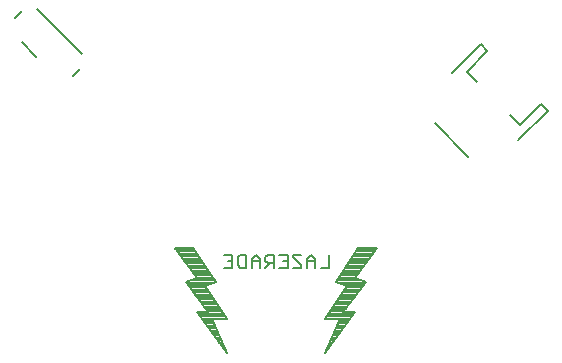
<source format=gbo>
G75*
%MOIN*%
%OFA0B0*%
%FSLAX25Y25*%
%IPPOS*%
%LPD*%
%AMOC8*
5,1,8,0,0,1.08239X$1,22.5*
%
%ADD10C,0.00800*%
D10*
X0184509Y0102914D02*
X0185510Y0102914D01*
X0185865Y0102116D02*
X0185090Y0102116D01*
X0185671Y0101317D02*
X0186220Y0101317D01*
X0186252Y0100519D02*
X0186575Y0100519D01*
X0186832Y0099720D02*
X0186930Y0099720D01*
X0187083Y0099375D02*
X0182083Y0110625D01*
X0187083Y0110625D01*
X0179583Y0121875D01*
X0183333Y0123125D01*
X0175833Y0134375D01*
X0169583Y0134375D01*
X0177083Y0124375D01*
X0173333Y0123125D01*
X0180833Y0113125D01*
X0177083Y0113125D01*
X0187083Y0099375D01*
X0185155Y0103713D02*
X0183929Y0103713D01*
X0183348Y0104511D02*
X0184801Y0104511D01*
X0184446Y0105310D02*
X0182767Y0105310D01*
X0182186Y0106108D02*
X0184091Y0106108D01*
X0183736Y0106907D02*
X0181606Y0106907D01*
X0181025Y0107705D02*
X0183381Y0107705D01*
X0183026Y0108504D02*
X0180444Y0108504D01*
X0179863Y0109302D02*
X0182671Y0109302D01*
X0182316Y0110101D02*
X0179283Y0110101D01*
X0178702Y0110899D02*
X0186900Y0110899D01*
X0186368Y0111698D02*
X0178121Y0111698D01*
X0177540Y0112496D02*
X0185836Y0112496D01*
X0185303Y0113295D02*
X0180706Y0113295D01*
X0180107Y0114093D02*
X0184771Y0114093D01*
X0184239Y0114892D02*
X0179508Y0114892D01*
X0178909Y0115690D02*
X0183706Y0115690D01*
X0183174Y0116489D02*
X0178310Y0116489D01*
X0177711Y0117287D02*
X0182642Y0117287D01*
X0182109Y0118086D02*
X0177113Y0118086D01*
X0176514Y0118884D02*
X0181577Y0118884D01*
X0181045Y0119683D02*
X0175915Y0119683D01*
X0175316Y0120482D02*
X0180512Y0120482D01*
X0179980Y0121280D02*
X0174717Y0121280D01*
X0174118Y0122079D02*
X0180194Y0122079D01*
X0182589Y0122877D02*
X0173519Y0122877D01*
X0174985Y0123676D02*
X0182966Y0123676D01*
X0182434Y0124474D02*
X0177009Y0124474D01*
X0176410Y0125273D02*
X0181902Y0125273D01*
X0181369Y0126071D02*
X0175811Y0126071D01*
X0175212Y0126870D02*
X0180837Y0126870D01*
X0180305Y0127668D02*
X0174613Y0127668D01*
X0174015Y0128467D02*
X0179772Y0128467D01*
X0179240Y0129265D02*
X0173416Y0129265D01*
X0172817Y0130064D02*
X0178708Y0130064D01*
X0178175Y0130862D02*
X0172218Y0130862D01*
X0171619Y0131661D02*
X0177643Y0131661D01*
X0177111Y0132459D02*
X0171020Y0132459D01*
X0170421Y0133258D02*
X0176578Y0133258D01*
X0176046Y0134056D02*
X0169822Y0134056D01*
X0186028Y0132104D02*
X0188831Y0132104D01*
X0188831Y0127900D01*
X0186028Y0127900D01*
X0187430Y0130002D02*
X0188831Y0130002D01*
X0190632Y0128601D02*
X0190632Y0131403D01*
X0191333Y0132104D01*
X0193435Y0132104D01*
X0193435Y0127900D01*
X0191333Y0127900D01*
X0190632Y0128601D01*
X0195236Y0127900D02*
X0195236Y0130702D01*
X0196638Y0132104D01*
X0198039Y0130702D01*
X0198039Y0127900D01*
X0199840Y0127900D02*
X0201241Y0129301D01*
X0200541Y0129301D02*
X0202643Y0129301D01*
X0202643Y0127900D02*
X0202643Y0132104D01*
X0200541Y0132104D01*
X0199840Y0131403D01*
X0199840Y0130002D01*
X0200541Y0129301D01*
X0198039Y0130002D02*
X0195236Y0130002D01*
X0204444Y0132104D02*
X0207247Y0132104D01*
X0207247Y0127900D01*
X0204444Y0127900D01*
X0205845Y0130002D02*
X0207247Y0130002D01*
X0209048Y0131403D02*
X0211850Y0128601D01*
X0211850Y0127900D01*
X0209048Y0127900D01*
X0209048Y0131403D02*
X0209048Y0132104D01*
X0211850Y0132104D01*
X0213652Y0130702D02*
X0213652Y0127900D01*
X0213652Y0130002D02*
X0216454Y0130002D01*
X0216454Y0130702D02*
X0215053Y0132104D01*
X0213652Y0130702D01*
X0216454Y0130702D02*
X0216454Y0127900D01*
X0218256Y0127900D02*
X0221058Y0127900D01*
X0221058Y0132104D01*
X0226894Y0128467D02*
X0232652Y0128467D01*
X0233251Y0129265D02*
X0227427Y0129265D01*
X0227959Y0130064D02*
X0233850Y0130064D01*
X0234449Y0130862D02*
X0228491Y0130862D01*
X0229024Y0131661D02*
X0235048Y0131661D01*
X0235646Y0132459D02*
X0229556Y0132459D01*
X0230088Y0133258D02*
X0236245Y0133258D01*
X0236844Y0134056D02*
X0230621Y0134056D01*
X0230833Y0134375D02*
X0223333Y0123125D01*
X0227083Y0121875D01*
X0219583Y0110625D01*
X0224583Y0110625D01*
X0219583Y0099375D01*
X0229583Y0113125D01*
X0225833Y0113125D01*
X0233333Y0123125D01*
X0229583Y0124375D01*
X0237083Y0134375D01*
X0230833Y0134375D01*
X0232053Y0127668D02*
X0226362Y0127668D01*
X0225830Y0126870D02*
X0231454Y0126870D01*
X0230855Y0126071D02*
X0225297Y0126071D01*
X0224765Y0125273D02*
X0230257Y0125273D01*
X0229658Y0124474D02*
X0224233Y0124474D01*
X0223700Y0123676D02*
X0231682Y0123676D01*
X0233147Y0122877D02*
X0224077Y0122877D01*
X0226473Y0122079D02*
X0232548Y0122079D01*
X0231950Y0121280D02*
X0226687Y0121280D01*
X0226154Y0120482D02*
X0231351Y0120482D01*
X0230752Y0119683D02*
X0225622Y0119683D01*
X0225090Y0118884D02*
X0230153Y0118884D01*
X0229554Y0118086D02*
X0224557Y0118086D01*
X0224025Y0117287D02*
X0228955Y0117287D01*
X0228356Y0116489D02*
X0223493Y0116489D01*
X0222960Y0115690D02*
X0227757Y0115690D01*
X0227159Y0114892D02*
X0222428Y0114892D01*
X0221896Y0114093D02*
X0226560Y0114093D01*
X0225961Y0113295D02*
X0221363Y0113295D01*
X0220831Y0112496D02*
X0229126Y0112496D01*
X0228545Y0111698D02*
X0220299Y0111698D01*
X0219766Y0110899D02*
X0227965Y0110899D01*
X0227384Y0110101D02*
X0224350Y0110101D01*
X0223995Y0109302D02*
X0226803Y0109302D01*
X0226223Y0108504D02*
X0223641Y0108504D01*
X0223286Y0107705D02*
X0225642Y0107705D01*
X0225061Y0106907D02*
X0222931Y0106907D01*
X0222576Y0106108D02*
X0224480Y0106108D01*
X0223900Y0105310D02*
X0222221Y0105310D01*
X0221866Y0104511D02*
X0223319Y0104511D01*
X0222738Y0103713D02*
X0221511Y0103713D01*
X0221156Y0102914D02*
X0222157Y0102914D01*
X0221577Y0102116D02*
X0220801Y0102116D01*
X0220996Y0101317D02*
X0220447Y0101317D01*
X0220415Y0100519D02*
X0220092Y0100519D01*
X0219834Y0099720D02*
X0219737Y0099720D01*
X0267424Y0164831D02*
X0256289Y0175966D01*
X0270208Y0189886D02*
X0266868Y0193226D01*
X0273827Y0200186D01*
X0271600Y0202413D01*
X0261857Y0192669D01*
X0281344Y0178750D02*
X0284685Y0175409D01*
X0291644Y0182369D01*
X0293871Y0180142D01*
X0284128Y0170398D01*
X0137952Y0194009D02*
X0135574Y0191632D01*
X0138572Y0198956D02*
X0123539Y0213989D01*
X0118592Y0213368D02*
X0116215Y0210991D01*
X0118581Y0203057D02*
X0123464Y0198174D01*
M02*

</source>
